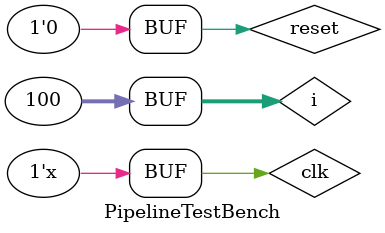
<source format=v>
`timescale 1ns/1ns
`include "Adder.v"
`include "ALU32Bit.v"
`include "ALUControl.v"
`include "Comparator.v"
`include "ControlUnit.v"
`include "DataMemory.v"
`include "EXMemReg.v"
`include "Forwarding.v"
`include "HazardDetection.v"
`include "IDEXReg.v"
`include "IFIDReg.v"
`include "InstructionMemory.v"
`include "MemWbReg.v"
`include "mux_2_to_1_5bits.v"
`include "mux_2_to_1_10bits.v"
`include "mux_2_to_1_32bits.v"
`include "mux_3_to_1_32bits.v"
`include "ProgramCounter.v"
`include "RegisterFile.v"
`include "ShiftLeft2.v"
`include "SignExtend.v"



module PipelineTestBench();

    reg clk, reset;
    wire [31:0] nextPC, readPC, PCPlus4IF, PCPlus4ID, PCPlus4EX;
    wire [31:0] branchAddress;
    wire [31:0] instructionIF, instructionID;
    wire [31:0] registerData1ID, registerData2ID, registerData1EX, registerData2EX;
    wire [31:0] signExtendOutID, signExtendOutEX;
    wire [31:0] shiftOut;
    wire [3:0] ALUOpID, ALUOpEX;
    wire [9:0] controlSignalsID;
    wire [4:0] rsEX ,rtEX ,rdEX;
    wire [31:0] ALUData1, ALUData2;
    wire [31:0] ALUData2Mux_1Out;
    wire [4:0] regDstMuxOut;
    wire [31:0] ALUResultEX, ALUResultMEM, ALUResultWB;
    wire [31:0] memoryWriteDataMEM;
    wire [4:0] writeRegMEM, writeRegWB;
    wire [1:0] upperMux_sel, lowerMux_sel;
    wire [1:0] comparatorMux1Selector,comparatorMux2Selector;
    wire [31:0] comparatorMux1Out, comparatorMux2Out;
    wire [31:0] memoryReadDataMEM, memoryReadDataWB;
    wire [31:0] regWriteDataMEM;
    wire [3:0] ALUControl;


    //modules instances

    //IF_Stage
    ProgramCounter PCRegister(nextPC ,readPC ,reset , clk, holdPC);
    InstructionMemory instructionMemory(clk, readPC, instructionIF);
    Adder PCAdder(PCPlus4IF ,readPC, 32'h00000004);
    mux_2_to_1_32bits nextPCMux(nextPC, PCPlus4IF, branchAddress, PCMuxSel);
    and branchAndComparator(PCMuxSel, equalFlag, branchID);
    IFIDReg IF_ID(PCPlus4IF, instructionIF, instructionID, clk, holdIF_ID, PCPlus4ID, PCMuxSel);


    //ID_Stage
    ControlUnit controlUnit(instructionID[31:26],RegDstID,branchID,MemReadID,MemtoRegID,ALUOpID,MemWriteID,ALUSrcID,RegWriteID, reset);
    RegisterFile regiterFile(instructionID[25:21], instructionID[20:16], writeRegWB, regWriteDataMEM, RegWriteWB, clk, registerData1ID, registerData2ID, reset);
    mux_3_to_1_32bits comparatorMux1(comparatorMux1Out, registerData1ID, ALUResultMEM, regWriteDataMEM, comparatorMux1Selector);
    mux_3_to_1_32bits comparatorMux2(comparatorMux2Out, registerData2ID, ALUResultMEM, regWriteDataMEM, comparatorMux2Selector);
    Comparator comparator(comparatorMux1Out, comparatorMux2Out, equalFlag);
    SignExtend signExtend(instructionID[15:0], signExtendOutID);
    ShiftLeft2 shiftLeft2(shiftOut, signExtendOutID);
    Adder branchAdder(branchAddress, shiftOut, PCPlus4ID);
    HazardDetection hazardUnit(MemReadEX, MemReadMEM, rtEX, instructionID, holdPC, holdIF_ID, hazardMuxSelector);

    mux_2_to_1_10bits ID_EXRegMux(controlSignalsID, {RegWriteID, MemtoRegID, MemWriteID, MemReadID, ALUSrcID, ALUOpID, RegDstID}
          ,10'b0000000000, hazardMuxSelector);
    IDEXReg ID_EX(RegWriteID, MemtoRegID, MemWriteID, MemReadID, ALUSrcID, ALUOpID, RegDstID, PCPlus4ID,registerData1ID ,registerData2ID
        ,signExtendOutID,instructionID[25:11],PCPlus4EX ,registerData1EX ,registerData2EX ,signExtendOutEX ,rsEX ,rtEX ,rdEX
        ,RegWriteEX,MemtoRegEX,MemWriteEX, MemReadEX,ALUSrcEX, ALUOpEX, RegDstEX,clk);


    //EX_Stage
    mux_3_to_1_32bits ALUData1Mux(ALUData1, registerData1EX, regWriteDataMEM, ALUResultMEM, upperMux_sel);
    mux_3_to_1_32bits ALUData2Mux_1(ALUData2Mux_1Out, registerData2EX, regWriteDataMEM, ALUResultMEM, lowerMux_sel);
    mux_2_to_1_32bits ALUData2Mux_2(ALUData2, ALUData2Mux_1Out, signExtendOutEX, ALUSrcEX);
    ALUControl AluControl(clk, ALUControl, ALUOpEX, signExtendOutEX[5:0]);
    ALU32Bit ALU(ALUData1, ALUData2, ALUControl, signExtendOutEX[10:6], overFlow, zero, ALUResultEX, reset);
    mux_2_to_1_5bits regDstMux(regDstMuxOut, rtEX, rdEX, RegDstEX);
    EXMemReg EX_MEM(clk, RegWriteEX, MemtoRegEX, MemWriteEX, MemReadEX, ALUResultEX, ALUData2Mux_1Out
        ,regDstMuxOut, RegWriteMEM, MemtoRegMEM, MemWriteMEM, MemReadMEM, ALUResultMEM, memoryWriteDataMEM, writeRegMEM);
    Forwarding forwardingUnit(RegWriteMEM, writeRegMEM, RegWriteWB, writeRegWB, rsEX, rtEX
            ,upperMux_sel,lowerMux_sel, comparatorMux1Selector,comparatorMux2Selector);


    //MEM_Stage
    DataMemory dataMemory(MemWriteMEM, MemReadMEM, ALUResultMEM, memoryWriteDataMEM, clk, memoryReadDataMEM);
    MemWbReg MEM_WB(RegWriteMEM, MemtoRegMEM, ALUResultMEM, clk, memoryReadDataMEM, writeRegMEM, RegWriteWB, MemtoRegWB,memoryReadDataWB
        ,ALUResultWB, writeRegWB);


    //WB_Stage
    mux_2_to_1_32bits writeBackMux(regWriteDataMEM, ALUResultWB, memoryReadDataWB, MemtoRegWB);



    integer i;

    initial
    begin

      clk <= 0;
      reset <= 1;
      #50
      reset <= 0;

      for (i = 0; i < 100; i = i + 1)
      begin
        #50
        clk <= ~clk;
      end


    end

    initial begin
      $dumpfile("PipelineTestBench.vcd");
      $dumpvars(0, PipelineTestBench);
    end

endmodule

</source>
